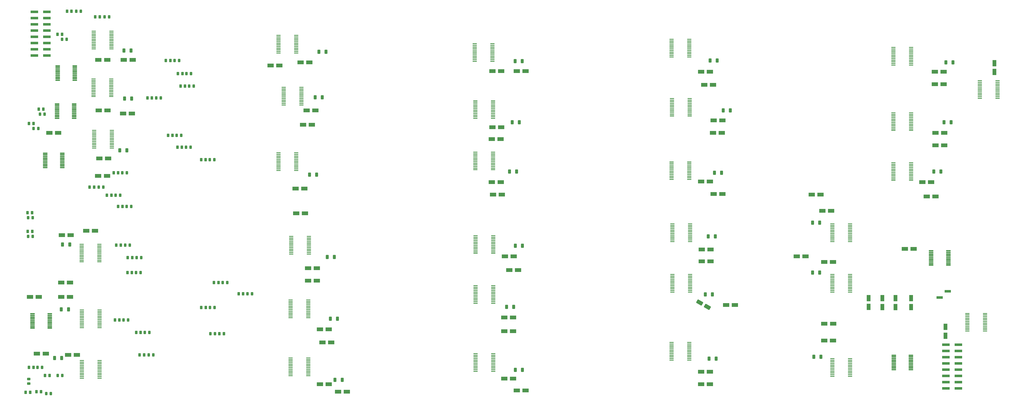
<source format=gbr>
%TF.GenerationSoftware,KiCad,Pcbnew,7.0.2*%
%TF.CreationDate,2024-01-05T22:36:12+05:30*%
%TF.ProjectId,matrixleddisplay,6d617472-6978-46c6-9564-646973706c61,rev?*%
%TF.SameCoordinates,Original*%
%TF.FileFunction,Soldermask,Bot*%
%TF.FilePolarity,Negative*%
%FSLAX46Y46*%
G04 Gerber Fmt 4.6, Leading zero omitted, Abs format (unit mm)*
G04 Created by KiCad (PCBNEW 7.0.2) date 2024-01-05 22:36:12*
%MOMM*%
%LPD*%
G01*
G04 APERTURE LIST*
G04 Aperture macros list*
%AMRoundRect*
0 Rectangle with rounded corners*
0 $1 Rounding radius*
0 $2 $3 $4 $5 $6 $7 $8 $9 X,Y pos of 4 corners*
0 Add a 4 corners polygon primitive as box body*
4,1,4,$2,$3,$4,$5,$6,$7,$8,$9,$2,$3,0*
0 Add four circle primitives for the rounded corners*
1,1,$1+$1,$2,$3*
1,1,$1+$1,$4,$5*
1,1,$1+$1,$6,$7*
1,1,$1+$1,$8,$9*
0 Add four rect primitives between the rounded corners*
20,1,$1+$1,$2,$3,$4,$5,0*
20,1,$1+$1,$4,$5,$6,$7,0*
20,1,$1+$1,$6,$7,$8,$9,0*
20,1,$1+$1,$8,$9,$2,$3,0*%
G04 Aperture macros list end*
%ADD10RoundRect,0.243750X-0.243750X-0.456250X0.243750X-0.456250X0.243750X0.456250X-0.243750X0.456250X0*%
%ADD11RoundRect,0.250000X1.050000X0.550000X-1.050000X0.550000X-1.050000X-0.550000X1.050000X-0.550000X0*%
%ADD12R,1.750000X0.450000*%
%ADD13RoundRect,0.125000X0.825000X0.125000X-0.825000X0.125000X-0.825000X-0.125000X0.825000X-0.125000X0*%
%ADD14RoundRect,0.250000X-1.050000X-0.550000X1.050000X-0.550000X1.050000X0.550000X-1.050000X0.550000X0*%
%ADD15RoundRect,0.250000X-0.262500X-0.450000X0.262500X-0.450000X0.262500X0.450000X-0.262500X0.450000X0*%
%ADD16RoundRect,0.250000X-0.312500X-0.625000X0.312500X-0.625000X0.312500X0.625000X-0.312500X0.625000X0*%
%ADD17RoundRect,0.250000X0.550000X-1.050000X0.550000X1.050000X-0.550000X1.050000X-0.550000X-1.050000X0*%
%ADD18R,2.510000X1.000000*%
%ADD19RoundRect,0.250000X0.312500X0.625000X-0.312500X0.625000X-0.312500X-0.625000X0.312500X-0.625000X0*%
%ADD20RoundRect,0.250000X-0.550000X1.050000X-0.550000X-1.050000X0.550000X-1.050000X0.550000X1.050000X0*%
%ADD21R,3.150000X1.000000*%
%ADD22RoundRect,0.250000X0.262500X0.450000X-0.262500X0.450000X-0.262500X-0.450000X0.262500X-0.450000X0*%
%ADD23RoundRect,0.250000X-1.184327X0.048686X0.634327X-1.001314X1.184327X-0.048686X-0.634327X1.001314X0*%
%ADD24RoundRect,0.243750X0.456250X-0.243750X0.456250X0.243750X-0.456250X0.243750X-0.456250X-0.243750X0*%
%ADD25RoundRect,0.243750X0.243750X0.456250X-0.243750X0.456250X-0.243750X-0.456250X0.243750X-0.456250X0*%
G04 APERTURE END LIST*
D10*
%TO.C,D2573*%
X121340000Y-130556000D03*
X123215000Y-130556000D03*
%TD*%
%TO.C,D2561*%
X102616000Y-64770000D03*
X104491000Y-64770000D03*
%TD*%
D11*
%TO.C,C32*%
X410232000Y-166878000D03*
X406632000Y-166878000D03*
%TD*%
D12*
%TO.C,U13*%
X109684000Y-80048000D03*
X109684000Y-79398000D03*
X109684000Y-78748000D03*
X109684000Y-78098000D03*
X109684000Y-77448000D03*
X109684000Y-76798000D03*
X109684000Y-76148000D03*
X109684000Y-75498000D03*
X109684000Y-74848000D03*
X109684000Y-74198000D03*
X109684000Y-73548000D03*
X109684000Y-72898000D03*
X116884000Y-72898000D03*
X116884000Y-73548000D03*
X116884000Y-74198000D03*
X116884000Y-74848000D03*
X116884000Y-75498000D03*
X116884000Y-76148000D03*
X116884000Y-76798000D03*
X116884000Y-77448000D03*
X116884000Y-78098000D03*
X116884000Y-78748000D03*
X116884000Y-79398000D03*
X116884000Y-80048000D03*
%TD*%
D11*
%TO.C,C16*%
X115316000Y-105156000D03*
X111716000Y-105156000D03*
%TD*%
D13*
%TO.C,U18*%
X101798000Y-102485000D03*
X101798000Y-103135000D03*
X101798000Y-103785000D03*
X101798000Y-104435000D03*
X101798000Y-105085000D03*
X101798000Y-105735000D03*
X101798000Y-106385000D03*
X101798000Y-107035000D03*
X101798000Y-107685000D03*
X101798000Y-108335000D03*
X94798000Y-108335000D03*
X94798000Y-107685000D03*
X94798000Y-107035000D03*
X94798000Y-106385000D03*
X94798000Y-105735000D03*
X94798000Y-105085000D03*
X94798000Y-104435000D03*
X94798000Y-103785000D03*
X94798000Y-103135000D03*
X94798000Y-102485000D03*
%TD*%
D14*
%TO.C,C43*%
X194796000Y-110998000D03*
X198396000Y-110998000D03*
%TD*%
D15*
%TO.C,R49*%
X118872000Y-160020000D03*
X120697000Y-160020000D03*
%TD*%
D14*
%TO.C,C22*%
X201632000Y-194310000D03*
X205232000Y-194310000D03*
%TD*%
%TO.C,C26*%
X276584000Y-214376000D03*
X280184000Y-214376000D03*
%TD*%
D15*
%TO.C,R51*%
X123397000Y-171196000D03*
X125222000Y-171196000D03*
%TD*%
D10*
%TO.C,D2568*%
X87884000Y-106680000D03*
X89759000Y-106680000D03*
%TD*%
%TO.C,D2563*%
X96852500Y-76200000D03*
X98727500Y-76200000D03*
%TD*%
%TO.C,D2583*%
X172165000Y-179832000D03*
X174040000Y-179832000D03*
%TD*%
D16*
%TO.C,R2*%
X197419500Y-131318000D03*
X200344500Y-131318000D03*
%TD*%
D14*
%TO.C,C45*%
X361420000Y-114300000D03*
X365020000Y-114300000D03*
%TD*%
D12*
%TO.C,U14*%
X184824000Y-81736000D03*
X184824000Y-81086000D03*
X184824000Y-80436000D03*
X184824000Y-79786000D03*
X184824000Y-79136000D03*
X184824000Y-78486000D03*
X184824000Y-77836000D03*
X184824000Y-77186000D03*
X184824000Y-76536000D03*
X184824000Y-75886000D03*
X184824000Y-75236000D03*
X184824000Y-74586000D03*
X192024000Y-74586000D03*
X192024000Y-75236000D03*
X192024000Y-75886000D03*
X192024000Y-76536000D03*
X192024000Y-77186000D03*
X192024000Y-77836000D03*
X192024000Y-78486000D03*
X192024000Y-79136000D03*
X192024000Y-79786000D03*
X192024000Y-80436000D03*
X192024000Y-81086000D03*
X192024000Y-81736000D03*
%TD*%
D14*
%TO.C,C25*%
X276562000Y-189484000D03*
X280162000Y-189484000D03*
%TD*%
D10*
%TO.C,D2577*%
X83058000Y-148844000D03*
X84933000Y-148844000D03*
%TD*%
D15*
%TO.C,R38*%
X87401000Y-104648000D03*
X89226000Y-104648000D03*
%TD*%
%TO.C,R60*%
X89916000Y-213106000D03*
X91741000Y-213106000D03*
%TD*%
D14*
%TO.C,C3*%
X446488000Y-134366000D03*
X450088000Y-134366000D03*
%TD*%
D16*
%TO.C,R22*%
X358263000Y-180086000D03*
X361188000Y-180086000D03*
%TD*%
D14*
%TO.C,C60*%
X202670000Y-199644000D03*
X206270000Y-199644000D03*
%TD*%
D15*
%TO.C,R46*%
X119587000Y-144272000D03*
X121412000Y-144272000D03*
%TD*%
D12*
%TO.C,U3*%
X472020000Y-187810000D03*
X472020000Y-188460000D03*
X472020000Y-189110000D03*
X472020000Y-189760000D03*
X472020000Y-190410000D03*
X472020000Y-191060000D03*
X472020000Y-191710000D03*
X472020000Y-192360000D03*
X472020000Y-193010000D03*
X472020000Y-193660000D03*
X472020000Y-194310000D03*
X472020000Y-194960000D03*
X464820000Y-194960000D03*
X464820000Y-194310000D03*
X464820000Y-193660000D03*
X464820000Y-193010000D03*
X464820000Y-192360000D03*
X464820000Y-191710000D03*
X464820000Y-191060000D03*
X464820000Y-190410000D03*
X464820000Y-189760000D03*
X464820000Y-189110000D03*
X464820000Y-188460000D03*
X464820000Y-187810000D03*
%TD*%
D11*
%TO.C,C63*%
X90214000Y-204216000D03*
X86614000Y-204216000D03*
%TD*%
D16*
%TO.C,R5*%
X451165500Y-130048000D03*
X454090500Y-130048000D03*
%TD*%
D12*
%TO.C,U9*%
X186900000Y-102889000D03*
X186900000Y-102239000D03*
X186900000Y-101589000D03*
X186900000Y-100939000D03*
X186900000Y-100289000D03*
X186900000Y-99639000D03*
X186900000Y-98989000D03*
X186900000Y-98339000D03*
X186900000Y-97689000D03*
X186900000Y-97039000D03*
X186900000Y-96389000D03*
X186900000Y-95739000D03*
X194100000Y-95739000D03*
X194100000Y-96389000D03*
X194100000Y-97039000D03*
X194100000Y-97689000D03*
X194100000Y-98339000D03*
X194100000Y-98989000D03*
X194100000Y-99639000D03*
X194100000Y-100289000D03*
X194100000Y-100939000D03*
X194100000Y-101589000D03*
X194100000Y-102239000D03*
X194100000Y-102889000D03*
%TD*%
D11*
%TO.C,C30*%
X409470000Y-146050000D03*
X405870000Y-146050000D03*
%TD*%
D14*
%TO.C,C46*%
X451822000Y-119380000D03*
X455422000Y-119380000D03*
%TD*%
%TO.C,C55*%
X356826000Y-166624000D03*
X360426000Y-166624000D03*
%TD*%
D11*
%TO.C,C31*%
X410232000Y-198882000D03*
X406632000Y-198882000D03*
%TD*%
D15*
%TO.C,R43*%
X117809000Y-130556000D03*
X119634000Y-130556000D03*
%TD*%
D12*
%TO.C,U24*%
X112014000Y-159646000D03*
X112014000Y-160296000D03*
X112014000Y-160946000D03*
X112014000Y-161596000D03*
X112014000Y-162246000D03*
X112014000Y-162896000D03*
X112014000Y-163546000D03*
X112014000Y-164196000D03*
X112014000Y-164846000D03*
X112014000Y-165496000D03*
X112014000Y-166146000D03*
X112014000Y-166796000D03*
X104814000Y-166796000D03*
X104814000Y-166146000D03*
X104814000Y-165496000D03*
X104814000Y-164846000D03*
X104814000Y-164196000D03*
X104814000Y-163546000D03*
X104814000Y-162896000D03*
X104814000Y-162246000D03*
X104814000Y-161596000D03*
X104814000Y-160946000D03*
X104814000Y-160296000D03*
X104814000Y-159646000D03*
%TD*%
D10*
%TO.C,D2591*%
X90424000Y-220472000D03*
X92299000Y-220472000D03*
%TD*%
%TO.C,D2567*%
X135128000Y-100076000D03*
X137003000Y-100076000D03*
%TD*%
D15*
%TO.C,R32*%
X110339500Y-67056000D03*
X112164500Y-67056000D03*
%TD*%
%TO.C,R40*%
X139907000Y-115316000D03*
X141732000Y-115316000D03*
%TD*%
D10*
%TO.C,D2565*%
X147398500Y-90170000D03*
X149273500Y-90170000D03*
%TD*%
D16*
%TO.C,R19*%
X359787000Y-206248000D03*
X362712000Y-206248000D03*
%TD*%
D11*
%TO.C,C49*%
X185188000Y-86868000D03*
X181588000Y-86868000D03*
%TD*%
D17*
%TO.C,C12*%
X475780000Y-89500000D03*
X475780000Y-85900000D03*
%TD*%
D10*
%TO.C,D2562*%
X114124500Y-67056000D03*
X115999500Y-67056000D03*
%TD*%
D14*
%TO.C,C44*%
X271504000Y-116840000D03*
X275104000Y-116840000D03*
%TD*%
D11*
%TO.C,C54*%
X405130000Y-139446000D03*
X401530000Y-139446000D03*
%TD*%
D12*
%TO.C,U37*%
X417112000Y-171939000D03*
X417112000Y-172589000D03*
X417112000Y-173239000D03*
X417112000Y-173889000D03*
X417112000Y-174539000D03*
X417112000Y-175189000D03*
X417112000Y-175839000D03*
X417112000Y-176489000D03*
X417112000Y-177139000D03*
X417112000Y-177789000D03*
X417112000Y-178439000D03*
X417112000Y-179089000D03*
X409912000Y-179089000D03*
X409912000Y-178439000D03*
X409912000Y-177789000D03*
X409912000Y-177139000D03*
X409912000Y-176489000D03*
X409912000Y-175839000D03*
X409912000Y-175189000D03*
X409912000Y-174539000D03*
X409912000Y-173889000D03*
X409912000Y-173239000D03*
X409912000Y-172589000D03*
X409912000Y-171939000D03*
%TD*%
D15*
%TO.C,R39*%
X83410445Y-110456435D03*
X85235445Y-110456435D03*
%TD*%
D14*
%TO.C,C51*%
X357864000Y-94742000D03*
X361464000Y-94742000D03*
%TD*%
%TO.C,C19*%
X106658000Y-154178000D03*
X110258000Y-154178000D03*
%TD*%
D11*
%TO.C,C6*%
X115592000Y-124714000D03*
X111992000Y-124714000D03*
%TD*%
D14*
%TO.C,C39*%
X271990000Y-139446000D03*
X275590000Y-139446000D03*
%TD*%
D12*
%TO.C,U30*%
X264922000Y-163322000D03*
X264922000Y-162672000D03*
X264922000Y-162022000D03*
X264922000Y-161372000D03*
X264922000Y-160722000D03*
X264922000Y-160072000D03*
X264922000Y-159422000D03*
X264922000Y-158772000D03*
X264922000Y-158122000D03*
X264922000Y-157472000D03*
X264922000Y-156822000D03*
X264922000Y-156172000D03*
X272122000Y-156172000D03*
X272122000Y-156822000D03*
X272122000Y-157472000D03*
X272122000Y-158122000D03*
X272122000Y-158772000D03*
X272122000Y-159422000D03*
X272122000Y-160072000D03*
X272122000Y-160722000D03*
X272122000Y-161372000D03*
X272122000Y-162022000D03*
X272122000Y-162672000D03*
X272122000Y-163322000D03*
%TD*%
D15*
%TO.C,R41*%
X143717000Y-120142000D03*
X145542000Y-120142000D03*
%TD*%
D16*
%TO.C,R9*%
X365567500Y-105156000D03*
X368492500Y-105156000D03*
%TD*%
D14*
%TO.C,C27*%
X356826000Y-161798000D03*
X360426000Y-161798000D03*
%TD*%
D18*
%TO.C,J3*%
X456823000Y-178816000D03*
X453513000Y-181356000D03*
%TD*%
D19*
%TO.C,R26*%
X99953000Y-159766000D03*
X97028000Y-159766000D03*
%TD*%
D12*
%TO.C,U2*%
X477110000Y-93040000D03*
X477110000Y-93690000D03*
X477110000Y-94340000D03*
X477110000Y-94990000D03*
X477110000Y-95640000D03*
X477110000Y-96290000D03*
X477110000Y-96940000D03*
X477110000Y-97590000D03*
X477110000Y-98240000D03*
X477110000Y-98890000D03*
X477110000Y-99540000D03*
X477110000Y-100190000D03*
X469910000Y-100190000D03*
X469910000Y-99540000D03*
X469910000Y-98890000D03*
X469910000Y-98240000D03*
X469910000Y-97590000D03*
X469910000Y-96940000D03*
X469910000Y-96290000D03*
X469910000Y-95640000D03*
X469910000Y-94990000D03*
X469910000Y-94340000D03*
X469910000Y-93690000D03*
X469910000Y-93040000D03*
%TD*%
%TO.C,U28*%
X189694000Y-189503000D03*
X189694000Y-188853000D03*
X189694000Y-188203000D03*
X189694000Y-187553000D03*
X189694000Y-186903000D03*
X189694000Y-186253000D03*
X189694000Y-185603000D03*
X189694000Y-184953000D03*
X189694000Y-184303000D03*
X189694000Y-183653000D03*
X189694000Y-183003000D03*
X189694000Y-182353000D03*
X196894000Y-182353000D03*
X196894000Y-183003000D03*
X196894000Y-183653000D03*
X196894000Y-184303000D03*
X196894000Y-184953000D03*
X196894000Y-185603000D03*
X196894000Y-186253000D03*
X196894000Y-186903000D03*
X196894000Y-187553000D03*
X196894000Y-188203000D03*
X196894000Y-188853000D03*
X196894000Y-189503000D03*
%TD*%
D10*
%TO.C,D2572*%
X156900000Y-125222000D03*
X158775000Y-125222000D03*
%TD*%
D14*
%TO.C,C64*%
X209020000Y-219710000D03*
X212620000Y-219710000D03*
%TD*%
D15*
%TO.C,R34*%
X139041500Y-84836000D03*
X140866500Y-84836000D03*
%TD*%
D14*
%TO.C,C57*%
X196828000Y-174498000D03*
X200428000Y-174498000D03*
%TD*%
D15*
%TO.C,R52*%
X158599500Y-175260000D03*
X160424500Y-175260000D03*
%TD*%
D20*
%TO.C,C33*%
X441960000Y-181588000D03*
X441960000Y-185188000D03*
%TD*%
D19*
%TO.C,R30*%
X404814500Y-150876000D03*
X401889500Y-150876000D03*
%TD*%
D14*
%TO.C,C47*%
X451590000Y-94488000D03*
X455190000Y-94488000D03*
%TD*%
%TO.C,C42*%
X121644000Y-106426000D03*
X125244000Y-106426000D03*
%TD*%
D12*
%TO.C,U5*%
X264834000Y-129286000D03*
X264834000Y-128636000D03*
X264834000Y-127986000D03*
X264834000Y-127336000D03*
X264834000Y-126686000D03*
X264834000Y-126036000D03*
X264834000Y-125386000D03*
X264834000Y-124736000D03*
X264834000Y-124086000D03*
X264834000Y-123436000D03*
X264834000Y-122786000D03*
X264834000Y-122136000D03*
X272034000Y-122136000D03*
X272034000Y-122786000D03*
X272034000Y-123436000D03*
X272034000Y-124086000D03*
X272034000Y-124736000D03*
X272034000Y-125386000D03*
X272034000Y-126036000D03*
X272034000Y-126686000D03*
X272034000Y-127336000D03*
X272034000Y-127986000D03*
X272034000Y-128636000D03*
X272034000Y-129286000D03*
%TD*%
D15*
%TO.C,R62*%
X82042000Y-219964000D03*
X83867000Y-219964000D03*
%TD*%
%TO.C,R54*%
X153441000Y-185420000D03*
X155266000Y-185420000D03*
%TD*%
%TO.C,R50*%
X123547500Y-165100000D03*
X125372500Y-165100000D03*
%TD*%
D14*
%TO.C,C29*%
X356594000Y-211582000D03*
X360194000Y-211582000D03*
%TD*%
D19*
%TO.C,R20*%
X405322500Y-205486000D03*
X402397500Y-205486000D03*
%TD*%
D15*
%TO.C,R61*%
X86463500Y-219710000D03*
X88288500Y-219710000D03*
%TD*%
D20*
%TO.C,C34*%
X435610000Y-181588000D03*
X435610000Y-185188000D03*
%TD*%
D14*
%TO.C,C66*%
X356594000Y-216662000D03*
X360194000Y-216662000D03*
%TD*%
D13*
%TO.C,U22*%
X457088000Y-162298000D03*
X457088000Y-162948000D03*
X457088000Y-163598000D03*
X457088000Y-164248000D03*
X457088000Y-164898000D03*
X457088000Y-165548000D03*
X457088000Y-166198000D03*
X457088000Y-166848000D03*
X457088000Y-167498000D03*
X457088000Y-168148000D03*
X450088000Y-168148000D03*
X450088000Y-167498000D03*
X450088000Y-166848000D03*
X450088000Y-166198000D03*
X450088000Y-165548000D03*
X450088000Y-164898000D03*
X450088000Y-164248000D03*
X450088000Y-163598000D03*
X450088000Y-162948000D03*
X450088000Y-162298000D03*
%TD*%
D12*
%TO.C,U27*%
X189948000Y-163595000D03*
X189948000Y-162945000D03*
X189948000Y-162295000D03*
X189948000Y-161645000D03*
X189948000Y-160995000D03*
X189948000Y-160345000D03*
X189948000Y-159695000D03*
X189948000Y-159045000D03*
X189948000Y-158395000D03*
X189948000Y-157745000D03*
X189948000Y-157095000D03*
X189948000Y-156445000D03*
X197148000Y-156445000D03*
X197148000Y-157095000D03*
X197148000Y-157745000D03*
X197148000Y-158395000D03*
X197148000Y-159045000D03*
X197148000Y-159695000D03*
X197148000Y-160345000D03*
X197148000Y-160995000D03*
X197148000Y-161645000D03*
X197148000Y-162295000D03*
X197148000Y-162945000D03*
X197148000Y-163595000D03*
%TD*%
D10*
%TO.C,D2586*%
X130484000Y-195580000D03*
X132359000Y-195580000D03*
%TD*%
%TO.C,D2590*%
X95074500Y-213106000D03*
X96949500Y-213106000D03*
%TD*%
D12*
%TO.C,U36*%
X417112000Y-151365000D03*
X417112000Y-152015000D03*
X417112000Y-152665000D03*
X417112000Y-153315000D03*
X417112000Y-153965000D03*
X417112000Y-154615000D03*
X417112000Y-155265000D03*
X417112000Y-155915000D03*
X417112000Y-156565000D03*
X417112000Y-157215000D03*
X417112000Y-157865000D03*
X417112000Y-158515000D03*
X409912000Y-158515000D03*
X409912000Y-157865000D03*
X409912000Y-157215000D03*
X409912000Y-156565000D03*
X409912000Y-155915000D03*
X409912000Y-155265000D03*
X409912000Y-154615000D03*
X409912000Y-153965000D03*
X409912000Y-153315000D03*
X409912000Y-152665000D03*
X409912000Y-152015000D03*
X409912000Y-151365000D03*
%TD*%
D10*
%TO.C,D2564*%
X142572500Y-84836000D03*
X144447500Y-84836000D03*
%TD*%
D14*
%TO.C,C14*%
X196240000Y-105114000D03*
X199840000Y-105114000D03*
%TD*%
D19*
%TO.C,R25*%
X99445000Y-186182000D03*
X96520000Y-186182000D03*
%TD*%
D15*
%TO.C,R44*%
X108053500Y-136398000D03*
X109878500Y-136398000D03*
%TD*%
D10*
%TO.C,D2588*%
X132080000Y-204724000D03*
X133955000Y-204724000D03*
%TD*%
D14*
%TO.C,C15*%
X271736000Y-112014000D03*
X275336000Y-112014000D03*
%TD*%
D21*
%TO.C,J2*%
X461158276Y-200529124D03*
X456108276Y-200529124D03*
X461158276Y-203069124D03*
X456108276Y-203069124D03*
X461158276Y-205609124D03*
X456108276Y-205609124D03*
X461158276Y-208149124D03*
X456108276Y-208149124D03*
X461158276Y-210689124D03*
X456108276Y-210689124D03*
X461158276Y-213229124D03*
X456108276Y-213229124D03*
X461158276Y-215769124D03*
X456108276Y-215769124D03*
X461158276Y-218309124D03*
X456108276Y-218309124D03*
%TD*%
D16*
%TO.C,R3*%
X278699500Y-130048000D03*
X281624500Y-130048000D03*
%TD*%
D15*
%TO.C,R53*%
X168609000Y-179832000D03*
X170434000Y-179832000D03*
%TD*%
D11*
%TO.C,C68*%
X87398000Y-181102000D03*
X83798000Y-181102000D03*
%TD*%
D13*
%TO.C,U23*%
X441904000Y-204847000D03*
X441904000Y-205497000D03*
X441904000Y-206147000D03*
X441904000Y-206797000D03*
X441904000Y-207447000D03*
X441904000Y-208097000D03*
X441904000Y-208747000D03*
X441904000Y-209397000D03*
X441904000Y-210047000D03*
X441904000Y-210697000D03*
X434904000Y-210697000D03*
X434904000Y-210047000D03*
X434904000Y-209397000D03*
X434904000Y-208747000D03*
X434904000Y-208097000D03*
X434904000Y-207447000D03*
X434904000Y-206797000D03*
X434904000Y-206147000D03*
X434904000Y-205497000D03*
X434904000Y-204847000D03*
%TD*%
D20*
%TO.C,C4*%
X455930000Y-193272000D03*
X455930000Y-196872000D03*
%TD*%
D15*
%TO.C,R45*%
X115087000Y-139700000D03*
X116912000Y-139700000D03*
%TD*%
D12*
%TO.C,U10*%
X264834000Y-108346000D03*
X264834000Y-107696000D03*
X264834000Y-107046000D03*
X264834000Y-106396000D03*
X264834000Y-105746000D03*
X264834000Y-105096000D03*
X264834000Y-104446000D03*
X264834000Y-103796000D03*
X264834000Y-103146000D03*
X264834000Y-102496000D03*
X264834000Y-101846000D03*
X264834000Y-101196000D03*
X272034000Y-101196000D03*
X272034000Y-101846000D03*
X272034000Y-102496000D03*
X272034000Y-103146000D03*
X272034000Y-103796000D03*
X272034000Y-104446000D03*
X272034000Y-105096000D03*
X272034000Y-105746000D03*
X272034000Y-106396000D03*
X272034000Y-107046000D03*
X272034000Y-107696000D03*
X272034000Y-108346000D03*
%TD*%
D10*
%TO.C,D2571*%
X147248000Y-120142000D03*
X149123000Y-120142000D03*
%TD*%
D14*
%TO.C,C11*%
X271526000Y-134366000D03*
X275126000Y-134366000D03*
%TD*%
%TO.C,C23*%
X201632000Y-216662000D03*
X205232000Y-216662000D03*
%TD*%
%TO.C,C24*%
X276816000Y-164592000D03*
X280416000Y-164592000D03*
%TD*%
%TO.C,C7*%
X356594000Y-89408000D03*
X360194000Y-89408000D03*
%TD*%
%TO.C,C5*%
X191748000Y-136936000D03*
X195348000Y-136936000D03*
%TD*%
%TO.C,C48*%
X121920000Y-84582000D03*
X125520000Y-84582000D03*
%TD*%
D16*
%TO.C,R12*%
X360233500Y-84836000D03*
X363158500Y-84836000D03*
%TD*%
D10*
%TO.C,D2569*%
X85283025Y-112511681D03*
X87158025Y-112511681D03*
%TD*%
%TO.C,D2589*%
X86868000Y-209804000D03*
X88743000Y-209804000D03*
%TD*%
D12*
%TO.C,U33*%
X344888000Y-158515000D03*
X344888000Y-157865000D03*
X344888000Y-157215000D03*
X344888000Y-156565000D03*
X344888000Y-155915000D03*
X344888000Y-155265000D03*
X344888000Y-154615000D03*
X344888000Y-153965000D03*
X344888000Y-153315000D03*
X344888000Y-152665000D03*
X344888000Y-152015000D03*
X344888000Y-151365000D03*
X352088000Y-151365000D03*
X352088000Y-152015000D03*
X352088000Y-152665000D03*
X352088000Y-153315000D03*
X352088000Y-153965000D03*
X352088000Y-154615000D03*
X352088000Y-155265000D03*
X352088000Y-155915000D03*
X352088000Y-156565000D03*
X352088000Y-157215000D03*
X352088000Y-157865000D03*
X352088000Y-158515000D03*
%TD*%
D15*
%TO.C,R36*%
X144987000Y-95250000D03*
X146812000Y-95250000D03*
%TD*%
D10*
%TO.C,D2575*%
X118618000Y-139700000D03*
X120493000Y-139700000D03*
%TD*%
D16*
%TO.C,R27*%
X204593000Y-164846000D03*
X207518000Y-164846000D03*
%TD*%
D15*
%TO.C,R33*%
X95021000Y-74168000D03*
X96846000Y-74168000D03*
%TD*%
D14*
%TO.C,C9*%
X356572000Y-134112000D03*
X360172000Y-134112000D03*
%TD*%
D15*
%TO.C,R37*%
X131525000Y-100076000D03*
X133350000Y-100076000D03*
%TD*%
D16*
%TO.C,R15*%
X121981500Y-80772000D03*
X124906500Y-80772000D03*
%TD*%
D15*
%TO.C,R48*%
X82907500Y-154432000D03*
X84732500Y-154432000D03*
%TD*%
D11*
%TO.C,C58*%
X100352000Y-155956000D03*
X96752000Y-155956000D03*
%TD*%
D16*
%TO.C,R23*%
X277491000Y-185166000D03*
X280416000Y-185166000D03*
%TD*%
D22*
%TO.C,R57*%
X162607000Y-196088000D03*
X160782000Y-196088000D03*
%TD*%
D10*
%TO.C,D2570*%
X143438000Y-115316000D03*
X145313000Y-115316000D03*
%TD*%
D12*
%TO.C,U1*%
X109894000Y-120426000D03*
X109894000Y-119776000D03*
X109894000Y-119126000D03*
X109894000Y-118476000D03*
X109894000Y-117826000D03*
X109894000Y-117176000D03*
X109894000Y-116526000D03*
X109894000Y-115876000D03*
X109894000Y-115226000D03*
X109894000Y-114576000D03*
X109894000Y-113926000D03*
X109894000Y-113276000D03*
X117094000Y-113276000D03*
X117094000Y-113926000D03*
X117094000Y-114576000D03*
X117094000Y-115226000D03*
X117094000Y-115876000D03*
X117094000Y-116526000D03*
X117094000Y-117176000D03*
X117094000Y-117826000D03*
X117094000Y-118476000D03*
X117094000Y-119126000D03*
X117094000Y-119776000D03*
X117094000Y-120426000D03*
%TD*%
D11*
%TO.C,C59*%
X100098000Y-175260000D03*
X96498000Y-175260000D03*
%TD*%
D16*
%TO.C,R14*%
X201229500Y-81280000D03*
X204154500Y-81280000D03*
%TD*%
D12*
%TO.C,U35*%
X344590000Y-206786000D03*
X344590000Y-206136000D03*
X344590000Y-205486000D03*
X344590000Y-204836000D03*
X344590000Y-204186000D03*
X344590000Y-203536000D03*
X344590000Y-202886000D03*
X344590000Y-202236000D03*
X344590000Y-201586000D03*
X344590000Y-200936000D03*
X344590000Y-200286000D03*
X344590000Y-199636000D03*
X351790000Y-199636000D03*
X351790000Y-200286000D03*
X351790000Y-200936000D03*
X351790000Y-201586000D03*
X351790000Y-202236000D03*
X351790000Y-202886000D03*
X351790000Y-203536000D03*
X351790000Y-204186000D03*
X351790000Y-204836000D03*
X351790000Y-205486000D03*
X351790000Y-206136000D03*
X351790000Y-206786000D03*
%TD*%
D14*
%TO.C,C61*%
X276584000Y-195072000D03*
X280184000Y-195072000D03*
%TD*%
D19*
%TO.C,R8*%
X282702000Y-109982000D03*
X279777000Y-109982000D03*
%TD*%
D16*
%TO.C,R7*%
X199705500Y-99822000D03*
X202630500Y-99822000D03*
%TD*%
D15*
%TO.C,R59*%
X83415500Y-209804000D03*
X85240500Y-209804000D03*
%TD*%
D20*
%TO.C,C35*%
X430276000Y-181610000D03*
X430276000Y-185210000D03*
%TD*%
D15*
%TO.C,R42*%
X153369000Y-125222000D03*
X155194000Y-125222000D03*
%TD*%
D16*
%TO.C,R4*%
X362011500Y-130556000D03*
X364936500Y-130556000D03*
%TD*%
%TO.C,R13*%
X280985500Y-85090000D03*
X283910500Y-85090000D03*
%TD*%
D12*
%TO.C,U17*%
X434760000Y-86644000D03*
X434760000Y-85994000D03*
X434760000Y-85344000D03*
X434760000Y-84694000D03*
X434760000Y-84044000D03*
X434760000Y-83394000D03*
X434760000Y-82744000D03*
X434760000Y-82094000D03*
X434760000Y-81444000D03*
X434760000Y-80794000D03*
X434760000Y-80144000D03*
X434760000Y-79494000D03*
X441960000Y-79494000D03*
X441960000Y-80144000D03*
X441960000Y-80794000D03*
X441960000Y-81444000D03*
X441960000Y-82094000D03*
X441960000Y-82744000D03*
X441960000Y-83394000D03*
X441960000Y-84044000D03*
X441960000Y-84694000D03*
X441960000Y-85344000D03*
X441960000Y-85994000D03*
X441960000Y-86644000D03*
%TD*%
D11*
%TO.C,C37*%
X115106000Y-131826000D03*
X111506000Y-131826000D03*
%TD*%
D12*
%TO.C,U4*%
X184824000Y-129578000D03*
X184824000Y-128928000D03*
X184824000Y-128278000D03*
X184824000Y-127628000D03*
X184824000Y-126978000D03*
X184824000Y-126328000D03*
X184824000Y-125678000D03*
X184824000Y-125028000D03*
X184824000Y-124378000D03*
X184824000Y-123728000D03*
X184824000Y-123078000D03*
X184824000Y-122428000D03*
X192024000Y-122428000D03*
X192024000Y-123078000D03*
X192024000Y-123728000D03*
X192024000Y-124378000D03*
X192024000Y-125028000D03*
X192024000Y-125678000D03*
X192024000Y-126328000D03*
X192024000Y-126978000D03*
X192024000Y-127628000D03*
X192024000Y-128278000D03*
X192024000Y-128928000D03*
X192024000Y-129578000D03*
%TD*%
D14*
%TO.C,C38*%
X192002000Y-147066000D03*
X195602000Y-147066000D03*
%TD*%
D16*
%TO.C,R29*%
X359471500Y-156464000D03*
X362396500Y-156464000D03*
%TD*%
D10*
%TO.C,D2582*%
X162130500Y-175260000D03*
X164005500Y-175260000D03*
%TD*%
D12*
%TO.C,U8*%
X109640000Y-99486000D03*
X109640000Y-98836000D03*
X109640000Y-98186000D03*
X109640000Y-97536000D03*
X109640000Y-96886000D03*
X109640000Y-96236000D03*
X109640000Y-95586000D03*
X109640000Y-94936000D03*
X109640000Y-94286000D03*
X109640000Y-93636000D03*
X109640000Y-92986000D03*
X109640000Y-92336000D03*
X116840000Y-92336000D03*
X116840000Y-92986000D03*
X116840000Y-93636000D03*
X116840000Y-94286000D03*
X116840000Y-94936000D03*
X116840000Y-95586000D03*
X116840000Y-96236000D03*
X116840000Y-96886000D03*
X116840000Y-97536000D03*
X116840000Y-98186000D03*
X116840000Y-98836000D03*
X116840000Y-99486000D03*
%TD*%
%TO.C,U7*%
X434760000Y-133604000D03*
X434760000Y-132954000D03*
X434760000Y-132304000D03*
X434760000Y-131654000D03*
X434760000Y-131004000D03*
X434760000Y-130354000D03*
X434760000Y-129704000D03*
X434760000Y-129054000D03*
X434760000Y-128404000D03*
X434760000Y-127754000D03*
X434760000Y-127104000D03*
X434760000Y-126454000D03*
X441960000Y-126454000D03*
X441960000Y-127104000D03*
X441960000Y-127754000D03*
X441960000Y-128404000D03*
X441960000Y-129054000D03*
X441960000Y-129704000D03*
X441960000Y-130354000D03*
X441960000Y-131004000D03*
X441960000Y-131654000D03*
X441960000Y-132304000D03*
X441960000Y-132954000D03*
X441960000Y-133604000D03*
%TD*%
%TO.C,U25*%
X112058000Y-186417000D03*
X112058000Y-187067000D03*
X112058000Y-187717000D03*
X112058000Y-188367000D03*
X112058000Y-189017000D03*
X112058000Y-189667000D03*
X112058000Y-190317000D03*
X112058000Y-190967000D03*
X112058000Y-191617000D03*
X112058000Y-192267000D03*
X112058000Y-192917000D03*
X112058000Y-193567000D03*
X104858000Y-193567000D03*
X104858000Y-192917000D03*
X104858000Y-192267000D03*
X104858000Y-191617000D03*
X104858000Y-190967000D03*
X104858000Y-190317000D03*
X104858000Y-189667000D03*
X104858000Y-189017000D03*
X104858000Y-188367000D03*
X104858000Y-187717000D03*
X104858000Y-187067000D03*
X104858000Y-186417000D03*
%TD*%
D14*
%TO.C,C50*%
X281664000Y-89154000D03*
X285264000Y-89154000D03*
%TD*%
D11*
%TO.C,C52*%
X410254000Y-192024000D03*
X406654000Y-192024000D03*
%TD*%
D12*
%TO.C,U29*%
X189694000Y-213125000D03*
X189694000Y-212475000D03*
X189694000Y-211825000D03*
X189694000Y-211175000D03*
X189694000Y-210525000D03*
X189694000Y-209875000D03*
X189694000Y-209225000D03*
X189694000Y-208575000D03*
X189694000Y-207925000D03*
X189694000Y-207275000D03*
X189694000Y-206625000D03*
X189694000Y-205975000D03*
X196894000Y-205975000D03*
X196894000Y-206625000D03*
X196894000Y-207275000D03*
X196894000Y-207925000D03*
X196894000Y-208575000D03*
X196894000Y-209225000D03*
X196894000Y-209875000D03*
X196894000Y-210525000D03*
X196894000Y-211175000D03*
X196894000Y-211825000D03*
X196894000Y-212475000D03*
X196894000Y-213125000D03*
%TD*%
D11*
%TO.C,C20*%
X102870000Y-204724000D03*
X99270000Y-204724000D03*
%TD*%
D13*
%TO.C,U20*%
X96972000Y-122551000D03*
X96972000Y-123201000D03*
X96972000Y-123851000D03*
X96972000Y-124501000D03*
X96972000Y-125151000D03*
X96972000Y-125801000D03*
X96972000Y-126451000D03*
X96972000Y-127101000D03*
X96972000Y-127751000D03*
X96972000Y-128401000D03*
X89972000Y-128401000D03*
X89972000Y-127751000D03*
X89972000Y-127101000D03*
X89972000Y-126451000D03*
X89972000Y-125801000D03*
X89972000Y-125151000D03*
X89972000Y-124501000D03*
X89972000Y-123851000D03*
X89972000Y-123201000D03*
X89972000Y-122551000D03*
%TD*%
D19*
%TO.C,R16*%
X96712500Y-205994000D03*
X93787500Y-205994000D03*
%TD*%
D14*
%TO.C,C62*%
X366732000Y-184404000D03*
X370332000Y-184404000D03*
%TD*%
D23*
%TO.C,C28*%
X356038308Y-183366000D03*
X359156000Y-185166000D03*
%TD*%
D16*
%TO.C,R6*%
X122235500Y-100330000D03*
X125160500Y-100330000D03*
%TD*%
D10*
%TO.C,D2584*%
X156972000Y-185420000D03*
X158847000Y-185420000D03*
%TD*%
%TO.C,D2574*%
X111760000Y-136398000D03*
X113635000Y-136398000D03*
%TD*%
D11*
%TO.C,C17*%
X115204000Y-84520000D03*
X111604000Y-84520000D03*
%TD*%
D10*
%TO.C,D2581*%
X126928000Y-171196000D03*
X128803000Y-171196000D03*
%TD*%
%TO.C,D2578*%
X83058000Y-156464000D03*
X84933000Y-156464000D03*
%TD*%
D15*
%TO.C,R58*%
X128373500Y-204724000D03*
X130198500Y-204724000D03*
%TD*%
D16*
%TO.C,R10*%
X455291000Y-109982000D03*
X458216000Y-109982000D03*
%TD*%
D14*
%TO.C,C2*%
X451822000Y-114300000D03*
X455422000Y-114300000D03*
%TD*%
D13*
%TO.C,U21*%
X102052000Y-86991000D03*
X102052000Y-87641000D03*
X102052000Y-88291000D03*
X102052000Y-88941000D03*
X102052000Y-89591000D03*
X102052000Y-90241000D03*
X102052000Y-90891000D03*
X102052000Y-91541000D03*
X102052000Y-92191000D03*
X102052000Y-92841000D03*
X95052000Y-92841000D03*
X95052000Y-92191000D03*
X95052000Y-91541000D03*
X95052000Y-90891000D03*
X95052000Y-90241000D03*
X95052000Y-89591000D03*
X95052000Y-88941000D03*
X95052000Y-88291000D03*
X95052000Y-87641000D03*
X95052000Y-86991000D03*
%TD*%
D16*
%TO.C,R24*%
X205863000Y-189992000D03*
X208788000Y-189992000D03*
%TD*%
D10*
%TO.C,D2580*%
X127150500Y-165100000D03*
X129025500Y-165100000D03*
%TD*%
D12*
%TO.C,U34*%
X344888000Y-179089000D03*
X344888000Y-178439000D03*
X344888000Y-177789000D03*
X344888000Y-177139000D03*
X344888000Y-176489000D03*
X344888000Y-175839000D03*
X344888000Y-175189000D03*
X344888000Y-174539000D03*
X344888000Y-173889000D03*
X344888000Y-173239000D03*
X344888000Y-172589000D03*
X344888000Y-171939000D03*
X352088000Y-171939000D03*
X352088000Y-172589000D03*
X352088000Y-173239000D03*
X352088000Y-173889000D03*
X352088000Y-174539000D03*
X352088000Y-175189000D03*
X352088000Y-175839000D03*
X352088000Y-176489000D03*
X352088000Y-177139000D03*
X352088000Y-177789000D03*
X352088000Y-178439000D03*
X352088000Y-179089000D03*
%TD*%
D11*
%TO.C,C53*%
X399056000Y-164592000D03*
X395456000Y-164592000D03*
%TD*%
D14*
%TO.C,C1*%
X271758000Y-89154000D03*
X275358000Y-89154000D03*
%TD*%
%TO.C,C10*%
X361652000Y-109220000D03*
X365252000Y-109220000D03*
%TD*%
%TO.C,C41*%
X448288000Y-140208000D03*
X451888000Y-140208000D03*
%TD*%
%TO.C,C13*%
X451568000Y-89408000D03*
X455168000Y-89408000D03*
%TD*%
D10*
%TO.C,D2576*%
X123093000Y-144272000D03*
X124968000Y-144272000D03*
%TD*%
D11*
%TO.C,C18*%
X100098000Y-181102000D03*
X96498000Y-181102000D03*
%TD*%
D24*
%TO.C,D2592*%
X83312000Y-216408000D03*
X83312000Y-214533000D03*
%TD*%
D15*
%TO.C,R31*%
X98856000Y-64770000D03*
X100681000Y-64770000D03*
%TD*%
D11*
%TO.C,C69*%
X442998000Y-161544000D03*
X439398000Y-161544000D03*
%TD*%
D19*
%TO.C,R21*%
X404814500Y-171196000D03*
X401889500Y-171196000D03*
%TD*%
D12*
%TO.C,U12*%
X434760000Y-113284000D03*
X434760000Y-112634000D03*
X434760000Y-111984000D03*
X434760000Y-111334000D03*
X434760000Y-110684000D03*
X434760000Y-110034000D03*
X434760000Y-109384000D03*
X434760000Y-108734000D03*
X434760000Y-108084000D03*
X434760000Y-107434000D03*
X434760000Y-106784000D03*
X434760000Y-106134000D03*
X441960000Y-106134000D03*
X441960000Y-106784000D03*
X441960000Y-107434000D03*
X441960000Y-108084000D03*
X441960000Y-108734000D03*
X441960000Y-109384000D03*
X441960000Y-110034000D03*
X441960000Y-110684000D03*
X441960000Y-111334000D03*
X441960000Y-111984000D03*
X441960000Y-112634000D03*
X441960000Y-113284000D03*
%TD*%
%TO.C,U15*%
X264580000Y-85120000D03*
X264580000Y-84470000D03*
X264580000Y-83820000D03*
X264580000Y-83170000D03*
X264580000Y-82520000D03*
X264580000Y-81870000D03*
X264580000Y-81220000D03*
X264580000Y-80570000D03*
X264580000Y-79920000D03*
X264580000Y-79270000D03*
X264580000Y-78620000D03*
X264580000Y-77970000D03*
X271780000Y-77970000D03*
X271780000Y-78620000D03*
X271780000Y-79270000D03*
X271780000Y-79920000D03*
X271780000Y-80570000D03*
X271780000Y-81220000D03*
X271780000Y-81870000D03*
X271780000Y-82520000D03*
X271780000Y-83170000D03*
X271780000Y-83820000D03*
X271780000Y-84470000D03*
X271780000Y-85120000D03*
%TD*%
D16*
%TO.C,R1*%
X120265000Y-121412000D03*
X123190000Y-121412000D03*
%TD*%
D14*
%TO.C,C56*%
X278616000Y-170180000D03*
X282216000Y-170180000D03*
%TD*%
D15*
%TO.C,R56*%
X126953000Y-195580000D03*
X128778000Y-195580000D03*
%TD*%
D10*
%TO.C,D2585*%
X121848000Y-190500000D03*
X123723000Y-190500000D03*
%TD*%
D16*
%TO.C,R17*%
X207772000Y-214884000D03*
X210697000Y-214884000D03*
%TD*%
D12*
%TO.C,U6*%
X344590000Y-133238000D03*
X344590000Y-132588000D03*
X344590000Y-131938000D03*
X344590000Y-131288000D03*
X344590000Y-130638000D03*
X344590000Y-129988000D03*
X344590000Y-129338000D03*
X344590000Y-128688000D03*
X344590000Y-128038000D03*
X344590000Y-127388000D03*
X344590000Y-126738000D03*
X344590000Y-126088000D03*
X351790000Y-126088000D03*
X351790000Y-126738000D03*
X351790000Y-127388000D03*
X351790000Y-128038000D03*
X351790000Y-128688000D03*
X351790000Y-129338000D03*
X351790000Y-129988000D03*
X351790000Y-130638000D03*
X351790000Y-131288000D03*
X351790000Y-131938000D03*
X351790000Y-132588000D03*
X351790000Y-133238000D03*
%TD*%
D15*
%TO.C,R55*%
X118317000Y-190500000D03*
X120142000Y-190500000D03*
%TD*%
D11*
%TO.C,C67*%
X95272000Y-114300000D03*
X91672000Y-114300000D03*
%TD*%
D16*
%TO.C,R18*%
X281047000Y-210820000D03*
X283972000Y-210820000D03*
%TD*%
D12*
%TO.C,U11*%
X344722000Y-107442000D03*
X344722000Y-106792000D03*
X344722000Y-106142000D03*
X344722000Y-105492000D03*
X344722000Y-104842000D03*
X344722000Y-104192000D03*
X344722000Y-103542000D03*
X344722000Y-102892000D03*
X344722000Y-102242000D03*
X344722000Y-101592000D03*
X344722000Y-100942000D03*
X344722000Y-100292000D03*
X351922000Y-100292000D03*
X351922000Y-100942000D03*
X351922000Y-101592000D03*
X351922000Y-102242000D03*
X351922000Y-102892000D03*
X351922000Y-103542000D03*
X351922000Y-104192000D03*
X351922000Y-104842000D03*
X351922000Y-105492000D03*
X351922000Y-106142000D03*
X351922000Y-106792000D03*
X351922000Y-107442000D03*
%TD*%
D10*
%TO.C,D2579*%
X122506500Y-160020000D03*
X124381500Y-160020000D03*
%TD*%
D13*
%TO.C,U19*%
X91836000Y-187952000D03*
X91836000Y-188602000D03*
X91836000Y-189252000D03*
X91836000Y-189902000D03*
X91836000Y-190552000D03*
X91836000Y-191202000D03*
X91836000Y-191852000D03*
X91836000Y-192502000D03*
X91836000Y-193152000D03*
X91836000Y-193802000D03*
X84836000Y-193802000D03*
X84836000Y-193152000D03*
X84836000Y-192502000D03*
X84836000Y-191852000D03*
X84836000Y-191202000D03*
X84836000Y-190552000D03*
X84836000Y-189902000D03*
X84836000Y-189252000D03*
X84836000Y-188602000D03*
X84836000Y-187952000D03*
%TD*%
D16*
%TO.C,R11*%
X456053000Y-85598000D03*
X458978000Y-85598000D03*
%TD*%
D10*
%TO.C,D2566*%
X148518000Y-95250000D03*
X150393000Y-95250000D03*
%TD*%
D12*
%TO.C,U31*%
X264878000Y-183661000D03*
X264878000Y-183011000D03*
X264878000Y-182361000D03*
X264878000Y-181711000D03*
X264878000Y-181061000D03*
X264878000Y-180411000D03*
X264878000Y-179761000D03*
X264878000Y-179111000D03*
X264878000Y-178461000D03*
X264878000Y-177811000D03*
X264878000Y-177161000D03*
X264878000Y-176511000D03*
X272078000Y-176511000D03*
X272078000Y-177161000D03*
X272078000Y-177811000D03*
X272078000Y-178461000D03*
X272078000Y-179111000D03*
X272078000Y-179761000D03*
X272078000Y-180411000D03*
X272078000Y-181061000D03*
X272078000Y-181711000D03*
X272078000Y-182361000D03*
X272078000Y-183011000D03*
X272078000Y-183661000D03*
%TD*%
D16*
%TO.C,R28*%
X281047000Y-160274000D03*
X283972000Y-160274000D03*
%TD*%
D14*
%TO.C,C65*%
X281664000Y-219202000D03*
X285264000Y-219202000D03*
%TD*%
D12*
%TO.C,U32*%
X264878000Y-211347000D03*
X264878000Y-210697000D03*
X264878000Y-210047000D03*
X264878000Y-209397000D03*
X264878000Y-208747000D03*
X264878000Y-208097000D03*
X264878000Y-207447000D03*
X264878000Y-206797000D03*
X264878000Y-206147000D03*
X264878000Y-205497000D03*
X264878000Y-204847000D03*
X264878000Y-204197000D03*
X272078000Y-204197000D03*
X272078000Y-204847000D03*
X272078000Y-205497000D03*
X272078000Y-206147000D03*
X272078000Y-206797000D03*
X272078000Y-207447000D03*
X272078000Y-208097000D03*
X272078000Y-208747000D03*
X272078000Y-209397000D03*
X272078000Y-210047000D03*
X272078000Y-210697000D03*
X272078000Y-211347000D03*
%TD*%
D14*
%TO.C,C21*%
X196828000Y-169418000D03*
X200428000Y-169418000D03*
%TD*%
D25*
%TO.C,D2587*%
X159004000Y-196088000D03*
X157129000Y-196088000D03*
%TD*%
D14*
%TO.C,C8*%
X193780000Y-85598000D03*
X197380000Y-85598000D03*
%TD*%
D21*
%TO.C,J1*%
X90648000Y-65024000D03*
X85598000Y-65024000D03*
X90648000Y-67564000D03*
X85598000Y-67564000D03*
X90648000Y-70104000D03*
X85598000Y-70104000D03*
X90648000Y-72644000D03*
X85598000Y-72644000D03*
X90648000Y-75184000D03*
X85598000Y-75184000D03*
X90648000Y-77724000D03*
X85598000Y-77724000D03*
X90648000Y-80264000D03*
X85598000Y-80264000D03*
X90648000Y-82804000D03*
X85598000Y-82804000D03*
%TD*%
D15*
%TO.C,R47*%
X82803245Y-146802833D03*
X84628245Y-146802833D03*
%TD*%
D12*
%TO.C,U26*%
X112058000Y-206991000D03*
X112058000Y-207641000D03*
X112058000Y-208291000D03*
X112058000Y-208941000D03*
X112058000Y-209591000D03*
X112058000Y-210241000D03*
X112058000Y-210891000D03*
X112058000Y-211541000D03*
X112058000Y-212191000D03*
X112058000Y-212841000D03*
X112058000Y-213491000D03*
X112058000Y-214141000D03*
X104858000Y-214141000D03*
X104858000Y-213491000D03*
X104858000Y-212841000D03*
X104858000Y-212191000D03*
X104858000Y-211541000D03*
X104858000Y-210891000D03*
X104858000Y-210241000D03*
X104858000Y-209591000D03*
X104858000Y-208941000D03*
X104858000Y-208291000D03*
X104858000Y-207641000D03*
X104858000Y-206991000D03*
%TD*%
D20*
%TO.C,C36*%
X424688000Y-181566000D03*
X424688000Y-185166000D03*
%TD*%
D14*
%TO.C,C40*%
X361674000Y-139192000D03*
X365274000Y-139192000D03*
%TD*%
D12*
%TO.C,U16*%
X344612000Y-83331000D03*
X344612000Y-82681000D03*
X344612000Y-82031000D03*
X344612000Y-81381000D03*
X344612000Y-80731000D03*
X344612000Y-80081000D03*
X344612000Y-79431000D03*
X344612000Y-78781000D03*
X344612000Y-78131000D03*
X344612000Y-77481000D03*
X344612000Y-76831000D03*
X344612000Y-76181000D03*
X351812000Y-76181000D03*
X351812000Y-76831000D03*
X351812000Y-77481000D03*
X351812000Y-78131000D03*
X351812000Y-78781000D03*
X351812000Y-79431000D03*
X351812000Y-80081000D03*
X351812000Y-80731000D03*
X351812000Y-81381000D03*
X351812000Y-82031000D03*
X351812000Y-82681000D03*
X351812000Y-83331000D03*
%TD*%
%TO.C,U38*%
X417112000Y-206229000D03*
X417112000Y-206879000D03*
X417112000Y-207529000D03*
X417112000Y-208179000D03*
X417112000Y-208829000D03*
X417112000Y-209479000D03*
X417112000Y-210129000D03*
X417112000Y-210779000D03*
X417112000Y-211429000D03*
X417112000Y-212079000D03*
X417112000Y-212729000D03*
X417112000Y-213379000D03*
X409912000Y-213379000D03*
X409912000Y-212729000D03*
X409912000Y-212079000D03*
X409912000Y-211429000D03*
X409912000Y-210779000D03*
X409912000Y-210129000D03*
X409912000Y-209479000D03*
X409912000Y-208829000D03*
X409912000Y-208179000D03*
X409912000Y-207529000D03*
X409912000Y-206879000D03*
X409912000Y-206229000D03*
%TD*%
D15*
%TO.C,R35*%
X143946000Y-90170000D03*
X145771000Y-90170000D03*
%TD*%
M02*

</source>
